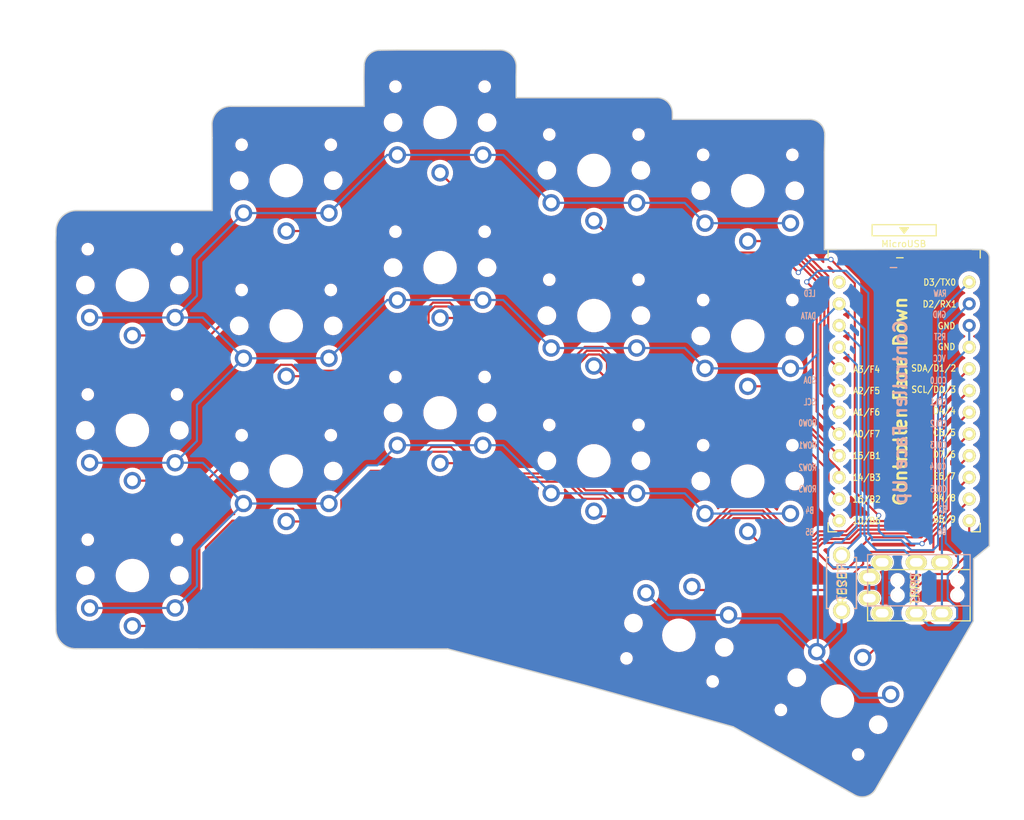
<source format=kicad_pcb>
(kicad_pcb (version 20221018) (generator pcbnew)
  (title_block (title "ferris_sweep_compact") (date "2023-09-27") (rev "0.1"))
  (layers (0 "F.Cu" signal) (31 "B.Cu" signal) (34 "B.Paste" user) (35 "F.Paste" user) (36 "B.SilkS" user "B.Silkscreen") (37 "F.SilkS" user "F.Silkscreen") (38 "B.Mask" user) (39 "F.Mask" user) (44 "Edge.Cuts" user))
  (net 0 "")
  (net 1 "row0")
  (net 2 "row1")
  (net 3 "row2")
  (net 4 "row3")
  (net 5 "GND")
  (net 6 "VCC")
  (net 7 "col0")
  (net 8 "col1")
  (net 9 "col2")
  (net 10 "col3")
  (net 11 "col4")
  (net 12 "col5")
  (net 13 "LED")
  (net 14 "data")
  (net 15 "reset")
  (net 16 "SCL")
  (net 17 "SDA")
  (net 18 "Net-(U1-Pad24)")
  (net 19 "Net-(J1-PadA)")
  (net 20 "Net-(U1-Pad14)")
  (net 21 "Net-(U1-Pad13)")
  (net 22 "Net-(U1-Pad12)")
  (net 23 "Net-(U1-Pad11)")
  (footprint "Kailh:SW_PG1350_reversible_b2" (layer "F.Cu") (at 88.6786 81.886)
    (fp_text reference "SW2" hide)
    (fp_text value "SW_PUSH" hide)
  )
  (footprint "Kailh:SW_PG1350_reversible_b2" (layer "F.Cu") (at 106.6786 69.656)
    (fp_text reference "SW3" hide)
    (fp_text value "SW_PUSH" hide)
  )
  (footprint "Kailh:SW_PG1350_reversible_b2" (layer "F.Cu") (at 124.6786 62.846)
    (fp_text reference "SW4" hide)
    (fp_text value "SW_PUSH" hide)
  )
  (footprint "Kailh:SW_PG1350_reversible_b2" (layer "F.Cu") (at 142.6786 68.456)
    (fp_text reference "SW5" hide)
    (fp_text value "SW_PUSH" hide)
  )
  (footprint "Kailh:SW_PG1350_reversible_b2" (layer "F.Cu") (at 160.6786 70.836)
    (fp_text reference "SW6" hide)
    (fp_text value "SW_PUSH" hide)
  )
  (footprint "Kailh:SW_PG1350_reversible_b2" (layer "F.Cu") (at 88.6786 98.886)
    (fp_text reference "SW8" hide)
    (fp_text value "SW_PUSH" hide)
  )
  (footprint "Kailh:SW_PG1350_reversible_b2" (layer "F.Cu") (at 106.6786 86.656)
    (fp_text reference "SW9" hide)
    (fp_text value "SW_PUSH" hide)
  )
  (footprint "Kailh:SW_PG1350_reversible_b2" (layer "F.Cu") (at 124.6786 79.836)
    (fp_text reference "SW10" hide)
    (fp_text value "SW_PUSH" hide)
  )
  (footprint "Kailh:SW_PG1350_reversible_b2" (layer "F.Cu") (at 142.6786 85.456)
    (fp_text reference "SW11" hide)
    (fp_text value "SW_PUSH" hide)
  )
  (footprint "Kailh:SW_PG1350_reversible_b2" (layer "F.Cu") (at 160.6786 87.836)
    (fp_text reference "SW12" hide)
    (fp_text value "SW_PUSH" hide)
  )
  (footprint "Kailh:SW_PG1350_reversible_b2" (layer "F.Cu") (at 88.6786 115.891)
    (fp_text reference "SW14" hide)
    (fp_text value "SW_PUSH" hide)
  )
  (footprint "Kailh:SW_PG1350_reversible_b2" (layer "F.Cu") (at 106.6786 103.661)
    (fp_text reference "SW15" hide)
    (fp_text value "SW_PUSH" hide)
  )
  (footprint "Kailh:SW_PG1350_reversible_b2" (layer "F.Cu") (at 124.6786 96.836)
    (fp_text reference "SW16" hide)
    (fp_text value "SW_PUSH" hide)
  )
  (footprint "Kailh:SW_PG1350_reversible_b2" (layer "F.Cu") (at 142.6786 102.461)
    (fp_text reference "SW17" hide)
    (fp_text value "SW_PUSH" hide)
  )
  (footprint "Kailh:SW_PG1350_reversible_b2" (layer "F.Cu") (at 160.6786 104.836)
    (fp_text reference "SW18" hide)
    (fp_text value "SW_PUSH" hide)
  )
  (footprint "kbd:ProMicro_v3" (layer "F.Cu") (at 178.9786 96.016)
    (fp_text reference "U1" hide)
    (fp_text value "ProMicro" hide)
  )
  (footprint "foostan:ResetSW" (layer "F.Cu") (at 171.6486 116.756 90)
    (fp_text reference "RSW1" hide)
    (fp_text value "Val**")
  )
  (footprint "kbd:MJ-4PP-9" (layer "F.Cu") (at 186.6986 118.196 -90)
    (fp_text reference "J1")
    (fp_text value "MJ-4PP-9" hide)
  )
  (footprint "Kailh:SW_PG1350_reversible_b2" (layer "B.Cu") (at 152.6186 122.886 -15)
    (fp_text reference "SW20" hide)
    (fp_text value "SW_PUSH" hide)
  )
  (footprint "Kailh:SW_PG1350_reversible_b2" (layer "B.Cu") (at 171.1786 130.596 -30)
    (fp_text reference "SW21" hide)
    (fp_text value "SW_PUSH" hide)
  )
  (gr_line (start 79.7052 76.8096) (end 79.7052 120.015) (stroke (width 0.15)) (layer "Edge.Cuts"))
  (gr_line (start 176.1236 140.0556) (end 175.611606 140.940182) (stroke (width 0.15)) (layer "Edge.Cuts"))
  (gr_line (start 173.228 141.605) (end 171.6786 140.716) (stroke (width 0.15)) (layer "Edge.Cuts"))
  (gr_line (start 188.9506 79.5528) (end 188.9506 78.5876) (stroke (width 0.15)) (layer "Edge.Cuts"))
  (gr_line (start 186.7154 77.6986) (end 187.843639 77.716668) (stroke (width 0.15)) (layer "Edge.Cuts"))
  (gr_line (start 151.8666 62.484) (end 151.866071 61.766483) (stroke (width 0.15)) (layer "Edge.Cuts"))
  (gr_line (start 148.4122 59.944) (end 149.8854 59.944) (stroke (width 0.15)) (layer "Edge.Cuts"))
  (gr_line (start 133.5786 57.3024) (end 133.601198 56.285656) (stroke (width 0.15)) (layer "Edge.Cuts"))
  (gr_line (start 129.8194 54.356) (end 131.7244 54.356) (stroke (width 0.15)) (layer "Edge.Cuts"))
  (gr_line (start 117.6528 54.3814) (end 119.6848 54.356) (stroke (width 0.15)) (layer "Edge.Cuts"))
  (gr_line (start 115.799093 56.160786) (end 115.7732 57.6072) (stroke (width 0.15)) (layer "Edge.Cuts"))
  (gr_line (start 98.0186 64.643) (end 97.991129 63.034251) (stroke (width 0.15)) (layer "Edge.Cuts"))
  (gr_line (start 100.2792 60.96) (end 102.6414 60.96) (stroke (width 0.15)) (layer "Edge.Cuts"))
  (gr_line (start 82.1944 73.152) (end 83.5406 73.152) (stroke (width 0.15)) (layer "Edge.Cuts"))
  (gr_line (start 82.147976 124.458826) (end 83.7438 124.46) (stroke (width 0.15)) (layer "Edge.Cuts"))
  (gr_line (start 79.7052 120.015) (end 79.7306 122.0724) (stroke (width 0.15)) (layer "Edge.Cuts"))
  (gr_line (start 141.8082 128.778) (end 125.5776 124.4854) (stroke (width 0.15)) (layer "Edge.Cuts"))
  (gr_line (start 79.7052 76.8096) (end 79.733413 75.710183) (stroke (width 0.15)) (layer "Edge.Cuts"))
  (gr_line (start 187.0964 113.9444) (end 188.9506 112.4204) (stroke (width 0.15)) (layer "Edge.Cuts"))
  (gr_line (start 187.0964 113.9444) (end 187.071 121.2088) (stroke (width 0.15)) (layer "Edge.Cuts"))
  (gr_line (start 169.684079 64.202368) (end 169.6466 66.3194) (stroke (width 0.15)) (layer "Edge.Cuts"))
  (gr_line (start 167.8432 62.484) (end 166.8272 62.484) (stroke (width 0.15)) (layer "Edge.Cuts"))
  (gr_arc (start 79.733413 75.710183) (mid 80.411637 73.899805) (end 82.1944 73.152) (stroke (width 0.15)) (layer "Edge.Cuts"))
  (gr_line (start 148.4122 59.944) (end 133.5786 59.944) (stroke (width 0.15)) (layer "Edge.Cuts"))
  (gr_line (start 115.7732 57.6072) (end 115.7986 60.96) (stroke (width 0.15)) (layer "Edge.Cuts"))
  (gr_line (start 83.7438 124.46) (end 125.5776 124.4854) (stroke (width 0.15)) (layer "Edge.Cuts"))
  (gr_line (start 166.8272 62.484) (end 151.8666 62.484) (stroke (width 0.15)) (layer "Edge.Cuts"))
  (gr_line (start 98.0186 64.643) (end 98.0186 73.152) (stroke (width 0.15)) (layer "Edge.Cuts"))
  (gr_line (start 186.7154 77.6986) (end 169.6466 77.724) (stroke (width 0.15)) (layer "Edge.Cuts"))
  (gr_arc (start 115.799093 56.160786) (mid 116.360841 54.890738) (end 117.6528 54.3814) (stroke (width 0.15)) (layer "Edge.Cuts"))
  (gr_line (start 115.7986 60.96) (end 102.6414 60.96) (stroke (width 0.15)) (layer "Edge.Cuts"))
  (gr_arc (start 131.7244 54.356) (mid 133.054619 54.939741) (end 133.601198 56.285656) (stroke (width 0.15)) (layer "Edge.Cuts"))
  (gr_line (start 169.6466 77.724) (end 169.6466 66.3194) (stroke (width 0.15)) (layer "Edge.Cuts"))
  (gr_line (start 188.9506 112.4204) (end 188.9506 79.5528) (stroke (width 0.15)) (layer "Edge.Cuts"))
  (gr_line (start 158.9786 133.604) (end 171.6786 140.716) (stroke (width 0.15)) (layer "Edge.Cuts"))
  (gr_arc (start 187.843639 77.716668) (mid 188.56986 77.93258) (end 188.9506 78.5876) (stroke (width 0.15)) (layer "Edge.Cuts"))
  (gr_line (start 129.8194 54.356) (end 119.6848 54.356) (stroke (width 0.15)) (layer "Edge.Cuts"))
  (gr_arc (start 149.8854 59.944) (mid 151.27557 60.420702) (end 151.866071 61.766483) (stroke (width 0.15)) (layer "Edge.Cuts"))
  (gr_line (start 133.5786 59.944) (end 133.5786 57.3024) (stroke (width 0.15)) (layer "Edge.Cuts"))
  (gr_line (start 98.0186 73.152) (end 83.5406 73.152) (stroke (width 0.15)) (layer "Edge.Cuts"))
  (gr_line (start 176.1236 140.0556) (end 187.071 121.2088) (stroke (width 0.15)) (layer "Edge.Cuts"))
  (gr_arc (start 82.147976 124.458826) (mid 80.417275 123.794396) (end 79.7306 122.0724) (stroke (width 0.15)) (layer "Edge.Cuts"))
  (gr_line (start 141.8082 128.778) (end 158.9786 133.604) (stroke (width 0.15)) (layer "Edge.Cuts"))
  (gr_arc (start 175.611606 140.940182) (mid 174.551515 141.744825) (end 173.228 141.605) (stroke (width 0.15)) (layer "Edge.Cuts"))
  (gr_arc (start 97.991129 63.034251) (mid 98.699619 61.516683) (end 100.2792 60.96) (stroke (width 0.15)) (layer "Edge.Cuts"))
  (gr_arc (start 167.8432 62.484) (mid 169.122744 62.958478) (end 169.684079 64.202368) (stroke (width 0.15)) (layer "Edge.Cuts"))
  (gr_text "Controller Face Up" (at 178.5366 96.774 90) (layer "B.SilkS") (effects (font (size 1.5 1.5) (thickness 0.3)) (justify mirror)))
  (gr_text "Controller Face Down" (at 178.5366 95.504 90) (layer "F.SilkS") (effects (font (size 1.5 1.5) (thickness 0.3))))
  (segment (start 141.420461 106.904681) (end 143.713303 106.904681) (width 0.25) (layer "F.Cu") (net 1))
  (segment (start 128.16258 104.3148) (end 128.162581 104.476019) (width 0.25) (layer "F.Cu") (net 1))
  (segment (start 169.242189 111.616) (end 172.54219 111.616) (width 0.25) (layer "F.Cu") (net 1))
  (segment (start 151.760835 109.344989) (end 153.665833 111.249987) (width 0.25) (layer "F.Cu") (net 1))
  (segment (start 128.588562 104.902) (end 139.41778 104.902) (width 0.25) (layer "F.Cu") (net 1))
  (segment (start 183.278582 100.089418) (end 186.59 96.778) (width 0.25) (layer "F.Cu") (net 1))
  (segment (start 153.665833 111.249987) (end 156.322115 111.249987) (width 0.25) (layer "F.Cu") (net 1))
  (segment (start 158.8434 108.728702) (end 162.25687 108.728702) (width 0.25) (layer "F.Cu") (net 1))
  (segment (start 156.322115 111.249987) (end 158.8434 108.728702) (width 0.25) (layer "F.Cu") (net 1))
  (segment (start 126.58378 102.736) (end 128.16258 104.3148) (width 0.25) (layer "F.Cu") (net 1))
  (segment (start 173.642179 110.516011) (end 180.415 110.516011) (width 0.25) (layer "F.Cu") (net 1))
  (segment (start 124.6786 102.736) (end 126.58378 102.736) (width 0.25) (layer "F.Cu") (net 1))
  (segment (start 183.278582 107.652429) (end 183.278582 100.089418) (width 0.25) (layer "F.Cu") (net 1))
  (segment (start 139.41778 104.902) (end 141.420461 106.904681) (width 0.25) (layer "F.Cu") (net 1))
  (segment (start 180.415 110.516011) (end 183.278582 107.652429) (width 0.25) (layer "F.Cu") (net 1))
  (segment (start 143.713303 106.904681) (end 146.153611 109.344989) (width 0.25) (layer "F.Cu") (net 1))
  (segment (start 146.153611 109.344989) (end 151.760835 109.344989) (width 0.25) (layer "F.Cu") (net 1))
  (segment (start 172.54219 111.616) (end 173.642179 110.516011) (width 0.25) (layer "F.Cu") (net 1))
  (segment (start 128.162581 104.476019) (end 128.588562 104.902) (width 0.25) (layer "F.Cu") (net 1))
  (segment (start 162.25687 108.728702) (end 165.69419 112.166022) (width 0.25) (layer "F.Cu") (net 1))
  (segment (start 165.69419 112.166022) (end 168.692167 112.166022) (width 0.25) (layer "F.Cu") (net 1))
  (segment (start 168.692167 112.166022) (end 169.242189 111.616) (width 0.25) (layer "F.Cu") (net 1))
  (segment (start 159.0298 109.178712) (end 162.07047 109.178712) (width 0.25) (layer "F.Cu") (net 2))
  (segment (start 173.828579 110.966022) (end 180.805758 110.966022) (width 0.25) (layer "F.Cu") (net 2))
  (segment (start 144.7546 108.966) (end 145.138212 108.966) (width 0.25) (layer "F.Cu") (net 2))
  (segment (start 145.138212 108.966) (end 143.2836 108.966) (width 0.25) (layer "F.Cu") (net 2))
  (segment (start 145.138212 108.966) (end 145.967211 109.794999) (width 0.25) (layer "F.Cu") (net 2))
  (segment (start 162.07047 109.178712) (end 165.507789 112.616031) (width 0.25) (layer "F.Cu") (net 2))
  (segment (start 145.967211 109.794999) (end 151.574435 109.794999) (width 0.25) (layer "F.Cu") (net 2))
  (segment (start 156.640318 111.822194) (end 157.713556 110.748956) (width 0.25) (layer "F.Cu") (net 2))
  (segment (start 143.2836 108.966) (end 142.6786 108.361) (width 0.25) (layer "F.Cu") (net 2))
  (segment (start 157.713556 110.748956) (end 157.713556 110.494956) (width 0.25) (layer "F.Cu") (net 2))
  (segment (start 183.728592 102.179408) (end 186.59 99.318) (width 0.25) (layer "F.Cu") (net 2))
  (segment (start 151.574435 109.794999) (end 153.60163 111.822194) (width 0.25) (layer "F.Cu") (net 2))
  (segment (start 142.6786 108.516011) (end 142.833611 108.516011) (width 0.25) (layer "F.Cu") (net 2))
  (segment (start 165.507789 112.616031) (end 165.996565 112.616031) (width 0.25) (layer "F.Cu") (net 2))
  (segment (start 183.728592 108.043188) (end 183.728592 102.179408) (width 0.25) (layer "F.Cu") (net 2))
  (segment (start 169.428589 112.066011) (end 172.72859 112.066011) (width 0.25) (layer "F.Cu") (net 2))
  (segment (start 153.60163 111.822194) (end 156.640318 111.822194) (width 0.25) (layer "F.Cu") (net 2))
  (segment (start 168.878567 112.616033) (end 169.428589 112.066011) (width 0.25) (layer "F.Cu") (net 2))
  (segment (start 157.713556 110.494956) (end 159.0298 109.178712) (width 0.25) (layer "F.Cu") (net 2))
  (segment (start 165.996567 112.616033) (end 168.878567 112.616033) (width 0.25) (layer "F.Cu") (net 2))
  (segment (start 180.805758 110.966022) (end 183.728592 108.043188) (width 0.25) (layer "F.Cu") (net 2))
  (segment (start 165.996565 112.616031) (end 165.996567 112.616033) (width 0.25) (layer "F.Cu") (net 2))
  (segment (start 172.72859 112.066011) (end 173.828579 110.966022) (width 0.25) (layer "F.Cu") (net 2))
  (segment (start 172.378599 115.065997) (end 173.278587 114.166011) (width 0.25) (layer "F.Cu") (net 3))
  (segment (start 168.751419 113.115999) (end 170.701417 115.065997) (width 0.25) (layer "F.Cu") (net 3))
  (segment (start 173.278587 114.166011) (end 173.278587 113.179602) (width 0.25) (layer "F.Cu") (net 3))
  (segment (start 184.178603 108.229587) (end 184.178603 104.269397) (width 0.25) (layer "F.Cu") (net 3))
  (segment (start 170.701417 115.065997) (end 172.378599 115.065997) (width 0.25) (layer "F.Cu") (net 3))
  (segment (start 163.058599 113.115999) (end 168.751419 113.115999) (width 0.25) (layer "F.Cu") (net 3))
  (segment (start 160.6786 110.736) (end 163.058599 113.115999) (width 0.25) (layer "F.Cu") (net 3))
  (segment (start 173.278587 113.179602) (end 175.042156 111.416033) (width 0.25) (layer "F.Cu") (net 3))
  (segment (start 184.178603 104.269397) (end 186.59 101.858) (width 0.25) (layer "F.Cu") (net 3))
  (segment (start 175.042156 111.416033) (end 180.992157 111.416033) (width 0.25) (layer "F.Cu") (net 3))
  (segment (start 180.992157 111.416033) (end 184.178603 108.229587) (width 0.25) (layer "F.Cu") (net 3))
  (segment (start 134.84978 73.66) (end 135.22859 74.03881) (width 0.25) (layer "F.Cu") (net 4))
  (segment (start 173.2026 81.68) (end 173.2026 106.064) (width 0.25) (layer "F.Cu") (net 4))
  (segment (start 133.18462 71.99602) (end 134.8486 73.66) (width 0.25) (layer "F.Cu") (net 4))
  (segment (start 154.61819 78.92841) (end 157.877098 78.92841) (width 0.25) (layer "F.Cu") (net 4))
  (segment (start 186.59 104.398) (end 184.628614 106.359386) (width 0.25) (layer "F.Cu") (net 4))
  (segment (start 181.95059 111.09401) (end 184.628614 108.415986) (width 0.25) (layer "F.Cu") (net 4))
  (segment (start 181.0766 112.16) (end 181.95059 111.28601) (width 0.25) (layer "F.Cu") (net 4))
  (segment (start 135.22859 74.03881) (end 135.22859 74.838808) (width 0.25) (layer "F.Cu") (net 4))
  (segment (start 165.26263 79.07403) (end 166.5986 80.41) (width 0.25) (layer "F.Cu") (net 4))
  (segment (start 157.877098 78.92841) (end 158.206645 79.257955) (width 0.25) (layer "F.Cu") (net 4))
  (segment (start 137.69581 77.30603) (end 146.58463 77.30603) (width 0.25) (layer "F.Cu") (net 4))
  (segment (start 170.4086 78.886) (end 173.2026 81.68) (width 0.25) (layer "F.Cu") (net 4))
  (segment (start 158.206645 79.257955) (end 158.375717 79.427029) (width 0.25) (layer "F.Cu") (net 4))
  (segment (start 181.95059 111.28601) (end 181.95059 111.09401) (width 0.25) (layer "F.Cu") (net 4))
  (segment (start 135.22859 74.838808) (end 137.69581 77.30603) (width 0.25) (layer "F.Cu") (net 4))
  (segment (start 153.05178 77.362) (end 154.61819 78.92841) (width 0.25) (layer "F.Cu") (net 4))
  (segment (start 112.625001 76.006009) (end 115.565 73.06601) (width 0.25) (layer "F.Cu") (net 4))
  (segment (start 158.375717 79.427029) (end 162.232802 79.427028) (width 0.25) (layer "F.Cu") (net 4))
  (segment (start 173.2026 106.064) (end 175.9966 108.858) (width 0.25) (layer "F.Cu") (net 4))
  (segment (start 126.43499 71.99602) (end 133.18462 71.99602) (width 0.25) (layer "F.Cu") (net 4))
  (segment (start 97.7546 87.786) (end 109.53459 76.00601) (width 0.25) (layer "F.Cu") (net 4))
  (segment (start 184.628614 108.415986) (end 184.628614 108.346014) (width 0.25) (layer "F.Cu") (net 4))
  (segment (start 146.6406 77.362) (end 153.05178 77.362) (width 0.25) (layer "F.Cu") (net 4))
  (segment (start 134.8486 73.66) (end 134.84978 73.66) (width 0.25) (layer "F.Cu") (net 4))
  (segment (start 184.628614 106.359386) (end 184.628614 108.346014) (width 0.25) (layer "F.Cu") (net 4))
  (segment (start 184.628614 108.346014) (end 184.628614 108.415987) (width 0.25) (layer "F.Cu") (net 4))
  (segment (start 125.365001 73.066009) (end 126.43499 71.99602) (width 0.25) (layer "F.Cu") (net 4))
  (segment (start 109.53459 76.00601) (end 112.625001 76.006009) (width 0.25) (layer "F.Cu") (net 4))
  (segment (start 162.5858 79.07403) (end 165.26263 79.07403) (width 0.25) (layer "F.Cu") (net 4))
  (segment (start 115.565 73.06601) (end 125.365001 73.066009) (width 0.25) (layer "F.Cu") (net 4))
  (segment (start 146.58463 77.30603) (end 146.6406 77.362) (width 0.25) (layer "F.Cu") (net 4))
  (segment (start 162.232802 79.427028) (end 162.5858 79.07403) (width 0.25) (layer "F.Cu") (net 4))
  (segment (start 88.6786 87.786) (end 97.7546 87.786) (width 0.25) (layer "F.Cu") (net 4))
  (via (at 175.9966 108.858) (size 0.6) (drill 0.4) (layers "F.Cu" "B.Cu") (net 4))
  (via (at 170.4086 78.886) (size 0.6) (drill 0.4) (layers "F.Cu" "B.Cu") (net 4))
  (via (at 181.0766 112.16) (size 0.6) (drill 0.4) (layers "F.Cu" "B.Cu") (net 4))
  (via (at 166.5986 80.41) (size 0.6) (drill 0.4) (layers "F.Cu" "B.Cu") (net 4))
  (segment (start 178.93659 111.28999) (end 179.8066 112.16) (width 0.25) (layer "B.Cu") (net 4))
  (segment (start 179.8066 112.16) (end 181.0766 112.16) (width 0.25) (layer "B.Cu") (net 4))
  (segment (start 168.8846 78.886) (end 170.4086 78.886) (width 0.25) (layer "B.Cu") (net 4))
  (segment (start 168.8846 78.886) (end 168.1226 78.886) (width 0.25) (layer "B.Cu") (net 4))
  (segment (start 175.9966 110.636) (end 176.65059 111.28999) (width 0.25) (layer "B.Cu") (net 4))
  (segment (start 175.9966 108.858) (end 175.9966 110.636) (width 0.25) (layer "B.Cu") (net 4))
  (segment (start 168.1226 78.886) (end 166.5986 80.41) (width 0.25) (layer "B.Cu") (net 4))
  (segment (start 176.65059 111.28999) (end 178.93659 111.28999) (width 0.25) (layer "B.Cu") (net 4))
  (segment (start 101.6786 90.461) (end 96.2286 95.911) (width 0.25) (layer "B.Cu") (net 5))
  (segment (start 96.2286 100.141) (end 93.6786 102.691) (width 0.25) (layer "B.Cu") (net 5))
  (segment (start 96.2286 95.911) (end 96.2286 100.141) (width 0.25) (layer "B.Cu") (net 5))
  (segment (start 101.6786 73.461) (end 96.2286 78.911) (width 0.25) (layer "B.Cu") (net 5))
  (segment (start 96.2286 78.911) (end 96.2286 83.141) (width 0.25) (layer "B.Cu") (net 5))
  (segment (start 96.2286 83.141) (end 93.6786 85.691) (width 0.25) (layer "B.Cu") (net 5))
  (segment (start 168.8786 106.516) (end 168.8786 125.074976) (width 0.25) (layer "B.Cu") (net 5))
  (segment (start 168.8786 86.5694) (end 168.8786 89.416) (width 0.25) (layer "B.Cu") (net 5))
  (segment (start 185.1786 120.816) (end 184.2786 121.716) (width 0.25) (layer "B.Cu") (net 5))
  (segment (start 155.6786 108.636) (end 165.6786 108.636) (width 0.25) (layer "B.Cu") (net 5))
  (segment (start 137.6786 106.261) (end 147.6786 106.261) (width 0.25) (layer "B.Cu") (net 5))
  (segment (start 171.37 84.078) (end 168.8786 86.5694) (width 0.25) (layer "B.Cu") (net 5))
  (segment (start 119.6786 100.636) (end 129.6786 100.636) (width 0.25) (layer "B.Cu") (net 5))
  (segment (start 118.4886 66.646) (end 119.6786 66.646) (width 0.25) (layer "B.Cu") (net 5))
  (segment (start 184.0786 118.616) (end 185.1786 119.716) (width 0.25) (layer "B.Cu") (net 5))
  (segment (start 184.0786 115.916) (end 184.0786 118.616) (width 0.25) (layer "B.Cu") (net 5))
  (segment (start 171.37 84.078) (end 174.32861 87.03661) (width 0.25) (layer "B.Cu") (net 5))
  (segment (start 96.9086 85.686) (end 101.6786 90.456) (width 0.25) (layer "B.Cu") (net 5))
  (segment (start 174.5166 111.354) (end 174.5166 111.696) (width 0.25) (layer "B.Cu") (net 5))
  (segment (start 173.748473 130.205103) (end 177.408727 130.205103) (width 0.25) (layer "B.Cu") (net 5))
  (segment (start 119.6786 83.636) (end 129.6786 83.636) (width 0.25) (layer "B.Cu") (net 5))
  (segment (start 174.5166 111.696) (end 175.7426 112.922) (width 0.25) (layer "B.Cu") (net 5))
  (segment (start 186.59 89.158) (end 183.8786 91.8694) (width 0.25) (layer "B.Cu") (net 5))
  (segment (start 151.360673 120.509577) (end 158.431742 120.509577) (width 0.25) (layer "B.Cu") (net 5))
  (segment (start 168.8786 89.536) (end 168.8786 89.416) (width 0.25) (layer "B.Cu") (net 5))
  (segment (start 181.8186 121.716) (end 180.3986 120.296) (width 0.25) (layer "B.Cu") (net 5))
  (segment (start 153.2986 89.256) (end 155.6786 91.636) (width 0.25) (layer "B.Cu") (net 5))
  (segment (start 164.452947 120.909577) (end 168.748473 125.205103) (width 0.25) (layer "B.Cu") (net 5))
  (segment (start 174.32861 111.16601) (end 174.5166 111.354) (width 0.25) (layer "B.Cu") (net 5))
  (segment (start 147.6786 89.256) (end 153.2986 89.256) (width 0.25) (layer "B.Cu") (net 5))
  (segment (start 168.8786 89.922) (end 168.8786 106.516) (width 0.25) (layer "B.Cu") (net 5))
  (segment (start 117.3286 102.986) (end 119.6786 100.636) (width 0.25) (layer "B.Cu") (net 5))
  (segment (start 183.84861 97.54599) (end 183.84861 112.08601) (width 0.25) (layer "B.Cu") (net 5))
  (segment (start 83.6786 119.691) (end 93.6786 119.691) (width 0.25) (layer "B.Cu") (net 5))
  (segment (start 101.6786 107.461) (end 96.2286 112.911) (width 0.25) (layer "B.Cu") (net 5))
  (segment (start 96.2286 117.141) (end 93.6786 119.691) (width 0.25) (layer "B.Cu") (net 5))
  (segment (start 111.6786 73.456) (end 118.4886 66.646) (width 0.25) (layer "B.Cu") (net 5))
  (segment (start 168.748473 125.205103) (end 173.748473 130.205103) (width 0.25) (layer "B.Cu") (net 5))
  (segment (start 167.1646 91.636) (end 168.8786 89.922) (width 0.25) (layer "B.Cu") (net 5))
  (segment (start 93.6786 85.686) (end 96.9086 85.686) (width 0.25) (layer "B.Cu") (net 5))
  (segment (start 129.6786 66.646) (end 132.0686 66.646) (width 0.25) (layer "B.Cu") (net 5))
  (segment (start 93.6786 102.686) (end 96.9036 102.686) (width 0.25) (layer "B.Cu") (net 5))
  (segment (start 132.0536 100.636) (end 137.6786 106.261) (width 0.25) (layer "B.Cu") (net 5))
  (segment (start 111.6786 90.456) (end 118.4986 83.636) (width 0.25) (layer "B.Cu") (net 5))
  (segment (start 155.6786 74.636) (end 165.6786 74.636) (width 0.25) (layer "B.Cu") (net 5))
  (segment (start 83.6786 102.686) (end 93.6786 102.686) (width 0.25) (layer "B.Cu") (net 5))
  (segment (start 185.2786 113.516) (end 185.2786 114.716) (width 0.25) (layer "B.Cu") (net 5))
  (segment (start 148.772483 117.921387) (end 151.360673 120.509577) (width 0.25) (layer "B.Cu") (net 5))
  (segment (start 180.3986 120.296) (end 180.3986 114.346) (width 0.25) (layer "B.Cu") (net 5))
  (segment (start 147.6786 106.261) (end 153.3036 106.261) (width 0.25) (layer "B.Cu") (net 5))
  (segment (start 175.7426 112.922) (end 178.9746 112.922) (width 0.25) (layer "B.Cu") (net 5))
  (segment (start 168.8786 89.416) (end 168.8786 89.922) (width 0.25) (layer "B.Cu") (net 5))
  (segment (start 129.6786 100.636) (end 132.0536 100.636) (width 0.25) (layer "B.Cu") (net 5))
  (segment (start 101.6786 90.456) (end 111.6786 90.456) (width 0.25) (layer "B.Cu") (net 5))
  (segment (start 153.2986 72.256) (end 155.6786 74.636) (width 0.25) (layer "B.Cu") (net 5))
  (segment (start 116.1536 102.986) (end 111.6786 107.461) (width 0.25) (layer "B.Cu") (net 5))
  (segment (start 137.6786 72.256) (end 147.6786 72.256) (width 0.25) (layer "B.Cu") (net 5))
  (segment (start 96.9036 102.686) (end 101.6786 107.461) (width 0.25) (layer "B.Cu") (net 5))
  (segment (start 147.6786 72.256) (end 153.2986 72.256) (width 0.25) (layer "B.Cu") (net 5))
  (segment (start 132.0586 83.636) (end 137.6786 89.256) (width 0.25) (layer "B.Cu") (net 5))
  (segment (start 132.0686 66.646) (end 137.6786 72.256) (width 0.25) (layer "B.Cu") (net 5))
  (segment (start 185.2786 114.716) (end 184.0786 115.916) (width 0.25) (layer "B.Cu") (net 5))
  (segment (start 116.1386 68.996) (end 111.6786 73.456) (width 0.25) (layer "B.Cu") (net 5))
  (segment (start 186.59 86.618) (end 186.59 89.158) (width 0.25) (layer "B.Cu") (net 5))
  (segment (start 129.6786 83.636) (end 132.0586 83.636) (width 0.25) (layer "B.Cu") (net 5))
  (segment (start 168.8786 125.074976) (end 168.748473 125.205103) (width 0.25) (layer "B.Cu") (net 5))
  (segment (start 171.6486 122.304976) (end 168.748473 125.205103) (width 0.25) (layer "B.Cu") (net 5))
  (segment (start 185.1786 119.716) (end 185.1786 120.816) (width 0.25) (layer "B.Cu") (net 5))
  (segment (start 174.32861 87.03661) (end 174.32861 111.16601) (width 0.25) (layer "B.Cu") (net 5))
  (segment (start 183.8786 91.8694) (end 183.8786 97.516) (width 0.25) (layer "B.Cu") (net 5))
  (segment (start 171.6486 120.006) (end 171.6486 122.304976) (width 0.25) (layer "B.Cu") (net 5))
  (segment (start 183.8786 97.516) (end 183.84861 97.54599) (width 0.25) (layer "B.Cu") (net 5))
  (segment (start 118.4986 83.636) (end 119.6786 83.636) (width 0.25) (layer "B.Cu") (net 5))
  (segment (start 101.6786 107.461) (end 111.6786 107.461) (width 0.25) (layer "B.Cu") (net 5))
  (segment (start 153.3036 106.261) (end 155.6786 108.636) (width 0.25) (layer "B.Cu") (net 5))
  (segment (start 83.6786 85.686) (end 93.6786 85.686) (width 0.25) (layer "B.Cu") (net 5))
  (segment (start 116.1536 102.986) (end 117.3286 102.986) (width 0.25) (layer "B.Cu") (net 5))
  (segment (start 165.6786 91.636) (end 167.1646 91.636) (width 0.25) (layer "B.Cu") (net 5))
  (segment (start 184.2786 121.716) (end 181.8186 121.716) (width 0.25) (layer "B.Cu") (net 5))
  (segment (start 119.6786 66.646) (end 129.6786 66.646) (width 0.25) (layer "B.Cu") (net 5))
  (segment (start 96.2286 112.911) (end 96.2286 117.141) (width 0.25) (layer "B.Cu") (net 5))
  (segment (start 158.431742 120.909577) (end 164.452947 120.909577) (width 0.25) (layer "B.Cu") (net 5))
  (segment (start 137.6786 89.256) (end 147.6786 89.256) (width 0.25) (layer "B.Cu") (net 5))
  (segment (start 183.84861 112.08601) (end 185.2786 113.516) (width 0.25) (layer "B.Cu") (net 5))
  (segment (start 168.7786 125.174976) (end 168.748473 125.205103) (width 0.25) (layer "B.Cu") (net 5))
  (segment (start 155.6786 91.636) (end 165.6786 91.636) (width 0.25) (layer "B.Cu") (net 5))
  (segment (start 178.9746 112.922) (end 180.3986 114.346) (width 0.25) (layer "B.Cu") (net 5))
  (segment (start 101.6786 73.456) (end 111.6786 73.456) (width 0.25) (layer "B.Cu") (net 5))
  (segment (start 116.1486 85.986) (end 111.6786 90.456) (width 0.25) (layer "B.Cu") (net 5))
  (segment (start 175.8286 114.916) (end 170.6786 114.916) (width 0.25) (layer "B.Cu") (net 6))
  (segment (start 176.3986 114.346) (end 175.8286 114.916) (width 0.25) (layer "B.Cu") (net 6))
  (segment (start 176.3986 114.346) (end 176.47361 114.42101) (width 0.25) (layer "B.Cu") (net 6))
  (segment (start 170.8786 112.016) (end 171.6786 112.016) (width 0.25) (layer "B.Cu") (net 6))
  (segment (start 176.47361 120.22099) (end 176.3986 120.296) (width 0.25) (layer "B.Cu") (net 6))
  (segment (start 170.6786 114.916) (end 170.0786 114.316) (width 0.25) (layer "B.Cu") (net 6))
  (segment (start 176.47361 114.42101) (end 176.47361 120.22099) (width 0.25) (layer "B.Cu") (net 6))
  (segment (start 173.42859 110.26601) (end 173.42859 91.21659) (width 0.25) (layer "B.Cu") (net 6))
  (segment (start 173.42859 91.21659) (end 171.37 89.158) (width 0.25) (layer "B.Cu") (net 6))
  (segment (start 170.0786 114.316) (end 170.0786 112.816) (width 0.25) (layer "B.Cu") (net 6))
  (segment (start 176.47361 114.42101) (end 176.47361 115.609295) (width 0.25) (layer "B.Cu") (net 6))
  (segment (start 170.0786 112.816) (end 170.8786 112.016) (width 0.25) (layer "B.Cu") (net 6))
  (segment (start 171.6786 112.016) (end 173.42859 110.26601) (width 0.25) (layer "B.Cu") (net 6))
  (segment (start 170.089474 80.826874) (end 170.089474 90.417474) (width 0.25) (layer "F.Cu") (net 7))
  (segment (start 165.9986 76.736) (end 167.1736 77.911) (width 0.25) (layer "F.Cu") (net 7))
  (segment (start 160.6786 76.736) (end 165.9986 76.736) (width 0.25) (layer "F.Cu") (net 7))
  (segment (start 167.1736 77.911) (end 170.089474 80.826874) (width 0.25) (layer "F.Cu") (net 7))
  (segment (start 170.089474 90.417474) (end 171.37 91.698) (width 0.25) (layer "F.Cu") (net 7))
  (segment (start 167.0986 77.836) (end 167.1736 77.911) (width 0.25) (layer "F.Cu") (net 7))
  (segment (start 155.115009 77.515999) (end 158.932601 77.515999) (width 0.25) (layer "F.Cu") (net 8))
  (segment (start 142.6786 74.356) (end 144.2566 75.934) (width 0.25) (layer "F.Cu") (net 8))
  (segment (start 162.0266 77.724) (end 166.286601 77.724) (width 0.25) (layer "F.Cu") (net 8))
  (segment (start 169.639465 81.076864) (end 169.639465 92.507465) (width 0.25) (layer "F.Cu") (net 8))
  (segment (start 158.932601 77.515999) (end 159.493603 78.077001) (width 0.25) (layer "F.Cu") (net 8))
  (segment (start 166.286601 77.724) (end 169.639465 81.076864) (width 0.25) (layer "F.Cu") (net 8))
  (segment (start 169.639465 92.507465) (end 171.37 94.238) (width 0.25) (layer "F.Cu") (net 8))
  (segment (start 159.493603 78.077001) (end 161.673599 78.077001) (width 0.25) (layer "F.Cu") (net 8))
  (segment (start 153.55501 75.956) (end 155.115009 77.515999) (width 0.25) (layer "F.Cu") (net 8))
  (segment (start 144.2566 75.956) (end 153.55501 75.956) (width 0.25) (layer "F.Cu") (net 8))
  (segment (start 144.2566 75.934) (end 144.2566 75.956) (width 0.25) (layer "F.Cu") (net 8))
  (segment (start 161.673599 78.077001) (end 162.0266 77.724) (width 0.25) (layer "F.Cu") (net 8))
  (segment (start 136.1786 73.716) (end 136.1786 74.516) (width 0.25) (layer "F.Cu") (net 9))
  (segment (start 159.307203 78.527011) (end 161.86 78.52701) (width 0.25) (layer "F.Cu") (net 9))
  (segment (start 124.6786 68.746) (end 127.0286 71.096) (width 0.25) (layer "F.Cu") (net 9))
  (segment (start 138.06861 76.40601) (end 153.36861 76.40601) (width 0.25) (layer "F.Cu") (net 9))
  (segment (start 127.0286 71.096) (end 133.5586 71.096) (width 0.25) (layer "F.Cu") (net 9))
  (segment (start 154.92861 77.96601) (end 158.746202 77.96601) (width 0.25) (layer "F.Cu") (net 9))
  (segment (start 169.189454 81.263264) (end 169.189454 94.597454) (width 0.25) (layer "F.Cu") (net 9))
  (segment (start 161.86 78.52701) (end 162.213 78.17401) (width 0.25) (layer "F.Cu") (net 9))
  (segment (start 153.36861 76.40601) (end 154.92861 77.96601) (width 0.25) (layer "F.Cu") (net 9))
  (segment (start 169.189454 94.597454) (end 171.37 96.778) (width 0.25) (layer "F.Cu") (net 9))
  (segment (start 133.5586 71.096) (end 136.1786 73.716) (width 0.25) (layer "F.Cu") (net 9))
  (segment (start 166.1002 78.17401) (end 169.189454 81.263264) (width 0.25) (layer "F.Cu") (net 9))
  (segment (start 158.746202 77.96601) (end 159.307203 78.527011) (width 0.25) (layer "F.Cu") (net 9))
  (segment (start 136.1786 74.516) (end 138.06861 76.40601) (width 0.25) (layer "F.Cu") (net 9))
  (segment (start 162.213 78.17401) (end 166.1002 78.17401) (width 0.25) (layer "F.Cu") (net 9))
  (segment (start 137.88221 76.85602) (end 153.18221 76.85602) (width 0.25) (layer "F.Cu") (net 10))
  (segment (start 135.6786 74.65241) (end 137.88221 76.85602) (width 0.25) (layer "F.Cu") (net 10))
  (segment (start 158.562117 78.977019) (end 162.046401 78.977019) (width 0.25) (layer "F.Cu") (net 10))
  (segment (start 162.3994 78.62402) (end 165.9138 78.62402) (width 0.25) (layer "F.Cu") (net 10))
  (segment (start 158.001118 78.41602) (end 158.562117 78.977019) (width 0.25) (layer "F.Cu") (net 10))
  (segment (start 153.18221 76.85602) (end 154.74221 78.41602) (width 0.25) (layer "F.Cu") (net 10))
  (segment (start 125.1786 72.616) (end 126.24859 71.54601) (width 0.25) (layer "F.Cu") (net 10))
  (segment (start 162.046401 78.977019) (end 162.3994 78.62402) (width 0.25) (layer "F.Cu") (net 10))
  (segment (start 126.24859 71.54601) (end 133.3722 71.54601) (width 0.25) (layer "F.Cu") (net 10))
  (segment (start 106.6786 75.556) (end 112.4386 75.556) (width 0.25) (layer "F.Cu") (net 10))
  (segment (start 133.3722 71.54601) (end 135.6786 73.85241) (width 0.25) (layer "F.Cu") (net 10))
  (segment (start 154.74221 78.41602) (end 158.001118 78.41602) (width 0.25) (layer "F.Cu") (net 10))
  (segment (start 168.739444 96.687444) (end 171.37 99.318) (width 0.25) (layer "F.Cu") (net 10))
  (segment (start 168.739444 81.449664) (end 168.739444 96.687444) (width 0.25) (layer "F.Cu") (net 10))
  (segment (start 135.6786 73.85241) (end 135.6786 74.65241) (width 0.25) (layer "F.Cu") (net 10))
  (segment (start 165.9138 78.62402) (end 168.739444 81.449664) (width 0.25) (layer "F.Cu") (net 10))
  (segment (start 115.3786 72.616) (end 125.1786 72.616) (width 0.25) (layer "F.Cu") (net 10))
  (segment (start 112.4386 75.556) (end 115.3786 72.616) (width 0.25) (layer "F.Cu") (net 10))
  (segment (start 88.6786 104.786) (end 97.347646 104.786) (width 0.25) (layer "F.Cu") (net 11))
  (segment (start 145.178618 90.598516) (end 145.178618 93.301982) (width 0.25) (layer "F.Cu") (net 11))
  (segment (start 117.104281 91.912319) (end 122.887589 86.129011) (width 0.25) (layer "F.Cu") (net 11))
  (segment (start 106.034919 91.214999) (end 107.322281 91.214999) (width 0.25) (layer "F.Cu") (net 11))
  (segment (start 169.7443 100.2323) (end 171.37 101.858) (width 0.25) (layer "F.Cu") (net 11))
  (segment (start 134.40058 92.51598) (end 138.21058 92.51598) (width 0.25) (layer "F.Cu") (net 11))
  (segment (start 145.178618 93.301982) (end 146.870582 93.301982) (width 0.25) (layer "F.Cu") (net 11))
  (segment (start 141.611579 89.114981) (end 143.695083 89.114981) (width 0.25) (layer "F.Cu") (net 11))
  (segment (start 125.829589 83.944989) (end 134.40058 92.51598) (width 0.25) (layer "F.Cu") (net 11))
  (segment (start 122.887589 84.905919) (end 123.848519 83.944989) (width 0.25) (layer "F.Cu") (net 11))
  (segment (start 122.887589 86.129011) (end 122.887589 84.905919) (width 0.25) (layer "F.Cu") (net 11))
  (segment (start 150.5966 97.028) (end 166.54 97.028) (width 0.25) (layer "F.Cu") (net 11))
  (segment (start 97.347646 104.786) (end 104.7786 97.355046) (width 0.25) (layer "F.Cu") (net 11))
  (segment (start 138.21058 92.51598) (end 141.611579 89.114981) (width 0.25) (layer "F.Cu") (net 11))
  (segment (start 146.870582 93.301982) (end 150.5966 97.028) (width 0.25) (layer "F.Cu") (net 11))
  (segment (start 108.019601 91.912319) (end 117.104281 91.912319) (width 0.25) (layer "F.Cu") (net 11))
  (segment (start 104.7786 92.471318) (end 106.034919 91.214999) (width 0.25) (layer "F.Cu") (net 11))
  (segment (start 143.695083 89.114981) (end 145.178618 90.598516) (width 0.25) (layer "F.Cu") (net 11))
  (segment (start 107.322281 91.214999) (end 108.019601 91.912319) (width 0.25) (layer "F.Cu") (net 11))
  (segment (start 123.848519 83.944989) (end 125.829589 83.944989) (width 0.25) (layer "F.Cu") (net 11))
  (segment (start 166.54 97.028) (end 169.7443 100.2323) (width 0.25) (layer "F.Cu") (net 11))
  (segment (start 104.7786 97.355046) (end 104.7786 92.471318) (width 0.25) (layer "F.Cu") (net 11))
  (segment (start 125.643189 84.394999) (end 134.21418 92.96599) (width 0.25) (layer "F.Cu") (net 12))
  (segment (start 150.46819 97.536) (end 166.41159 97.536) (width 0.25) (layer "F.Cu") (net 12))
  (segment (start 146.684182 93.751992) (end 150.46819 97.536) (width 0.25) (layer "F.Cu") (net 12))
  (segment (start 117.09701 92.556) (end 123.337599 86.315411) (width 0.25) (layer "F.Cu") (net 12))
  (segment (start 134.21418 92.96599) (end 138.40659 92.96599) (width 0.25) (layer "F.Cu") (net 12))
  (segment (start 171.37 103.466762) (end 171.37 104.398) (width 0.25) (layer "F.Cu") (net 12))
  (segment (start 141.848519 89.564989) (end 143.508682 89.56499) (width 0.25) (layer "F.Cu") (net 12))
  (segment (start 144.72861 90.784918) (end 144.72861 93.73319) (width 0.25) (layer "F.Cu") (net 12))
  (segment (start 138.873662 92.498918) (end 138.91459 92.498918) (width 0.25) (layer "F.Cu") (net 12))
  (segment (start 143.508682 89.56499) (end 144.72861 90.784918) (width 0.25) (layer "F.Cu") (net 12))
  (segment (start 123.337599 85.092319) (end 124.034919 84.394999) (width 0.25) (layer "F.Cu") (net 12))
  (segment (start 144.992218 93.751992) (end 146.684182 93.751992) (width 0.25) (layer "F.Cu") (net 12))
  (segment (start 123.337599 86.315411) (end 123.337599 85.092319) (width 0.25) (layer "F.Cu") (net 12))
  (segment (start 138.40659 92.96599) (end 138.873662 92.498918) (width 0.25) (layer "F.Cu") (net 12))
  (segment (start 124.034919 84.394999) (end 125.643189 84.394999) (width 0.25) (layer "F.Cu") (net 12))
  (segment (start 170.082919 101.207329) (end 170.082919 102.179681) (width 0.25) (layer "F.Cu") (net 12))
  (segment (start 170.082919 102.179681) (end 171.37 103.466762) (width 0.25) (layer "F.Cu") (net 12))
  (segment (start 166.41159 97.536) (end 170.082919 101.207329) (width 0.25) (layer "F.Cu") (net 12))
  (segment (start 138.91459 92.498918) (end 141.848519 89.564989) (width 0.25) (layer "F.Cu") (net 12))
  (segment (start 106.6786 92.556) (end 117.09701 92.556) (width 0.25) (layer "F.Cu") (net 12))
  (segment (start 144.72861 93.73319) (end 144.973416 93.73319) (width 0.25) (layer "F.Cu") (net 12))
  (segment (start 144.973416 93.73319) (end 144.992218 93.751992) (width 0.25) (layer "F.Cu") (net 12))
  (segment (start 167.5786 81.516) (end 167.5786 81.516) (width 0.25) (layer "F.Cu") (net 13))
  (segment (start 168.2786 82.216) (end 167.5786 81.516) (width 0.25) (layer "F.Cu") (net 13))
  (segment (start 165.563282 93.736) (end 165.573282 93.726) (width 0.25) (layer "F.Cu") (net 13))
  (segment (start 166.8526 93.726) (end 168.289434 92.289166) (width 0.25) (layer "F.Cu") (net 13))
  (segment (start 168.2786 92.120682) (end 168.2786 82.216) (width 0.25) (layer "F.Cu") (net 13))
  (segment (start 168.289434 92.289166) (end 168.289434 92.202) (width 0.25) (layer "F.Cu") (net 13))
  (segment (start 165.573282 93.726) (end 166.8526 93.726) (width 0.25) (layer "F.Cu") (net 13))
  (segment (start 160.6786 93.736) (end 165.563282 93.736) (width 0.25) (layer "F.Cu") (net 13))
  (via (at 167.5786 81.516) (size 0.6) (drill 0.4) (layers "F.Cu" "B.Cu") (net 13))
  (segment (start 179.8066 112.922) (end 180.7726 112.922) (width 0.25) (layer "B.Cu") (net 13))
  (segment (start 175.19701 111.74) (end 178.6246 111.74) (width 0.25) (layer "B.Cu") (net 13))
  (segment (start 172.1786 80.216) (end 174.77862 82.81602) (width 0.25) (layer "B.Cu") (net 13))
  (segment (start 174.77862 82.81602) (end 174.77862 110.97961) (width 0.25) (layer "B.Cu") (net 13))
  (segment (start 168.8786 80.216) (end 172.1786 80.216) (width 0.25) (layer "B.Cu") (net 13))
  (segment (start 182.94859 112.32001) (end 182.94859 110.74601) (width 0.25) (layer "B.Cu") (net 13))
  (segment (start 182.94859 85.17941) (end 186.59 81.538) (width 0.25) (layer "B.Cu") (net 13))
  (segment (start 167.5786 81.516) (end 168.8786 80.216) (width 0.25) (layer "B.Cu") (net 13))
  (segment (start 182.3466 112.922) (end 182.94859 112.32001) (width 0.25) (layer "B.Cu") (net 13))
  (segment (start 174.961805 111.162795) (end 174.96661 111.1676) (width 0.25) (layer "B.Cu") (net 13))
  (segment (start 174.77862 110.97961) (end 175.19701 111.398) (width 0.25) (layer "B.Cu") (net 13))
  (segment (start 174.77862 110.97961) (end 174.961805 111.162795) (width 0.25) (layer "B.Cu") (net 13))
  (segment (start 178.6246 111.74) (end 179.8066 112.922) (width 0.25) (layer "B.Cu") (net 13))
  (segment (start 175.19701 111.398) (end 175.19701 111.74) (width 0.25) (layer "B.Cu") (net 13))
  (segment (start 180.7726 112.922) (end 182.3466 112.922) (width 0.25) (layer "B.Cu") (net 13))
  (segment (start 182.94859 110.74601) (end 182.94859 85.17941) (width 0.25) (layer "B.Cu") (net 13))
  (segment (start 183.3986 114.346) (end 183.3986 87.2694) (width 0.25) (layer "B.Cu") (net 14))
  (segment (start 183.3986 87.2694) (end 186.59 84.078) (width 0.25) (layer "B.Cu") (net 14))
  (segment (start 183.3986 114.346) (end 183.3986 120.296) (width 0.25) (layer "B.Cu") (net 14))
  (segment (start 171.6486 113.506) (end 173.8786 111.276) (width 0.25) (layer "B.Cu") (net 15))
  (segment (start 173.8786 111.276) (end 173.8786 89.1266) (width 0.25) (layer "B.Cu") (net 15))
  (segment (start 173.8786 89.1266) (end 171.37 86.618) (width 0.25) (layer "B.Cu") (net 15))
  (segment (start 112.8376 109.26141) (end 113.58161 108.5174) (width 0.25) (layer "F.Cu") (net 16))
  (segment (start 162.44327 108.278692) (end 165.880589 111.716011) (width 0.25) (layer "F.Cu") (net 16))
  (segment (start 182.82857 97.99943) (end 186.59 94.238) (width 0.25) (layer "F.Cu") (net 16))
  (segment (start 182.82857 107.46603) (end 182.82857 97.99943) (width 0.25) (layer "F.Cu") (net 16))
  (segment (start 146.359233 108.894977) (end 151.947233 108.894977) (width 0.25) (layer "F.Cu") (net 16))
  (segment (start 144.285367 106.840335) (end 144.304591 106.840335) (width 0.25) (layer "F.Cu") (net 16))
  (segment (start 165.880589 111.716011) (end 168.505767 111.716011) (width 0.25) (layer "F.Cu") (net 16))
  (segment (start 128.8762 104.39201) (end 136.88259 104.39201) (width 0.25) (layer "F.Cu") (net 16))
  (segment (start 121.436404 103.710606) (end 123.752011 101.394999) (width 0.25) (layer "F.Cu") (net 16))
  (segment (start 125.879189 101.394999) (end 128.8762 104.39201) (width 0.25) (layer "F.Cu") (net 16))
  (segment (start 153.852233 110.799977) (end 156.135715 110.799977) (width 0.25) (layer "F.Cu") (net 16))
  (segment (start 113.58161 107.2474) (end 116.738814 104.090196) (width 0.25) (layer "F.Cu") (net 16))
  (segment (start 144.304591 106.840335) (end 146.359233 108.894977) (width 0.25) (layer "F.Cu") (net 16))
  (segment (start 136.93859 104.33601) (end 139.4882 104.33601) (width 0.25) (layer "F.Cu") (net 16))
  (segment (start 168.505767 111.716011) (end 169.055789 111.165989) (width 0.25) (layer "F.Cu") (net 16))
  (segment (start 112.5836 109.561) (end 112.8376 109.307) (width 0.25) (layer "F.Cu") (net 16))
  (segment (start 112.8376 109.307) (end 112.8376 109.26141) (width 0.25) (layer "F.Cu") (net 16))
  (segment (start 156.135715 110.799977) (end 158.657 108.278692) (width 0.25) (layer "F.Cu") (net 16))
  (segment (start 158.657 108.278692) (end 162.44327 108.278692) (width 0.25) (layer "F.Cu") (net 16))
  (segment (start 123.752011 101.394999) (end 125.879189 101.394999) (width 0.25) (layer "F.Cu") (net 16))
  (segment (start 121.436404 104.090196) (end 121.436404 103.710606) (width 0.25) (layer "F.Cu") (net 16))
  (segment (start 113.58161 108.5174) (end 113.58161 107.2474) (width 0.25) (layer "F.Cu") (net 16))
  (segment (start 143.813042 106.36801) (end 144.285367 106.840335) (width 0.25) (layer "F.Cu") (net 16))
  (segment (start 139.4882 104.33601) (end 141.5202 106.36801) (width 0.25) (layer "F.Cu") (net 16))
  (segment (start 173.455779 110.066) (end 180.2286 110.066) (width 0.25) (layer "F.Cu") (net 16))
  (segment (start 172.35579 111.165989) (end 173.455779 110.066) (width 0.25) (layer "F.Cu") (net 16))
  (segment (start 136.88259 104.39201) (end 136.93859 104.33601) (width 0.25) (layer "F.Cu") (net 16))
  (segment (start 106.6786 109.561) (end 112.5836 109.561) (width 0.25) (layer "F.Cu") (net 16))
  (segment (start 116.738814 104.090196) (end 121.436404 104.090196) (width 0.25) (layer "F.Cu") (net 16))
  (segment (start 151.947233 108.894977) (end 153.852233 110.799977) (width 0.25) (layer "F.Cu") (net 16))
  (segment (start 180.2286 110.066) (end 182.82857 107.46603) (width 0.25) (layer "F.Cu") (net 16))
  (segment (start 141.5202 106.36801) (end 143.813042 106.36801) (width 0.25) (layer "F.Cu") (net 16))
  (segment (start 169.055789 111.165989) (end 172.35579 111.165989) (width 0.25) (layer "F.Cu") (net 16))
  (segment (start 154.038633 110.349967) (end 155.949315 110.349967) (width 0.25) (layer "F.Cu") (net 17))
  (segment (start 125.9586 100.838) (end 129.0626 103.942) (width 0.25) (layer "F.Cu") (net 17))
  (segment (start 104.2286 109.466) (end 105.6286 108.066) (width 0.25) (layer "F.Cu") (net 17))
  (segment (start 173.369368 109.516) (end 180.0786 109.516) (width 0.25) (layer "F.Cu") (net 17))
  (segment (start 168.869389 110.715978) (end 172.16939 110.715978) (width 0.25) (layer "F.Cu") (net 17))
  (segment (start 162.667282 107.828682) (end 166.1046 111.266) (width 0.25) (layer "F.Cu") (net 17))
  (segment (start 107.4786 108.066) (end 108.523589 109.110989) (width 0.25) (layer "F.Cu") (net 17))
  (segment (start 155.949315 110.349967) (end 158.4706 107.828682) (width 0.25) (layer "F.Cu") (net 17))
  (segment (start 141.7066 105.918) (end 144.018666 105.918) (width 0.25) (layer "F.Cu") (net 17))
  (segment (start 136.24419 103.886) (end 139.6746 103.886) (width 0.25) (layer "F.Cu") (net 17))
  (segment (start 120.8786 103.632) (end 123.6726 100.838) (width 0.25) (layer "F.Cu") (net 17))
  (segment (start 180.0786 109.516) (end 182.378559 107.216041) (width 0.25) (layer "F.Cu") (net 17))
  (segment (start 182.378559 95.909441) (end 186.59 91.698) (width 0.25) (layer "F.Cu") (net 17))
  (segment (start 113.1316 107.061) (end 116.5606 103.632) (width 0.25) (layer "F.Cu") (net 17))
  (segment (start 158.4706 107.828682) (end 162.667282 107.828682) (width 0.25) (layer "F.Cu") (net 17))
  (segment (start 105.6286 108.066) (end 107.4786 108.066) (width 0.25) (layer "F.Cu") (net 17))
  (segment (start 152.133633 108.444967) (end 154.038633 110.349967) (width 0.25) (layer "F.Cu") (net 17))
  (segment (start 136.18819 103.942) (end 136.24419 103.886) (width 0.25) (layer "F.Cu") (net 17))
  (segment (start 123.6726 100.838) (end 125.9586 100.838) (width 0.25) (layer "F.Cu") (net 17))
  (segment (start 97.2786 112.566) (end 100.3786 109.466) (width 0.25) (layer "F.Cu") (net 17))
  (segment (start 144.018666 105.918) (end 146.545633 108.444967) (width 0.25) (layer "F.Cu") (net 17))
  (segment (start 97.2786 120.316) (end 97.2786 112.566) (width 0.25) (layer "F.Cu") (net 17))
  (segment (start 129.0626 103.942) (end 136.18819 103.942) (width 0.25) (layer "F.Cu") (net 17))
  (segment (start 113.1316 108.331) (end 113.1316 107.061) (width 0.25) (layer "F.Cu") (net 17))
  (segment (start 108.523589 109.110989) (end 112.351611 109.110989) (width 0.25) (layer "F.Cu") (net 17))
  (segment (start 112.351611 109.110989) (end 113.1316 108.331) (width 0.25) (layer "F.Cu") (net 17))
  (segment (start 139.6746 103.886) (end 141.7066 105.918) (width 0.25) (layer "F.Cu") (net 17))
  (segment (start 168.319368 111.266) (end 168.869389 110.715978) (width 0.25) (layer "F.Cu") (net 17))
  (segment (start 172.16939 110.715978) (end 173.369368 109.516) (width 0.25) (layer "F.Cu") (net 17))
  (segment (start 182.378559 107.216041) (end 182.378559 95.909441) (width 0.25) (layer "F.Cu") (net 17))
  (segment (start 116.5606 103.632) (end 120.8786 103.632) (width 0.25) (layer "F.Cu") (net 17))
  (segment (start 95.8036 121.791) (end 97.2786 120.316) (width 0.25) (layer "F.Cu") (net 17))
  (segment (start 100.3786 109.466) (end 104.2286 109.466) (width 0.25) (layer "F.Cu") (net 17))
  (segment (start 166.1046 111.266) (end 168.319368 111.266) (width 0.25) (layer "F.Cu") (net 17))
  (segment (start 146.545633 108.444967) (end 152.133633 108.444967) (width 0.25) (layer "F.Cu") (net 17))
  (segment (start 88.6786 121.791) (end 95.8036 121.791) (width 0.25) (layer "F.Cu") (net 17))
  (segment (start 174.8986 118.546) (end 174.8986 116.096) (width 0.25) (layer "B.Cu") (net 19))
  (segment (start 169.632909 102.366081) (end 170.1253 102.858472) (width 0.25) (layer "F.Cu") (net 20))
  (segment (start 142.034919 90.014999) (end 143.322281 90.014999) (width 0.25) (layer "F.Cu") (net 20))
  (segment (start 144.2056 92.243) (end 144.2786 92.316) (width 0.25) (layer "F.Cu") (net 20))
  (segment (start 169.632909 101.586309) (end 169.632909 102.366081) (width 0.25) (layer "F.Cu") (net 20))
  (segment (start 170.1253 102.858472) (end 170.1253 105.6933) (width 0.25) (layer "F.Cu") (net 20))
  (segment (start 144.2056 90.898318) (end 144.2056 92.243) (width 0.25) (layer "F.Cu") (net 20))
  (segment (start 170.1253 105.6933) (end 171.37 106.938) (width 0.25) (layer "F.Cu") (net 20))
  (segment (start 124.6786 85.736) (end 126.2086 85.736) (width 0.25) (layer "F.Cu") (net 20))
  (segment (start 144.59442 94.23541) (end 146.53119 94.23541) (width 0.25) (layer "F.Cu") (net 20))
  (segment (start 133.8886 93.416) (end 138.59299 93.416) (width 0.25) (layer "F.Cu") (net 20))
  (segment (start 139.100991 92.948927) (end 142.034919 90.014999) (width 0.25) (layer "F.Cu") (net 20))
  (segment (start 138.59299 93.416) (end 139.060063 92.948927) (width 0.25) (layer "F.Cu") (net 20))
  (segment (start 139.060063 92.948927) (end 139.100991 92.948927) (width 0.25) (layer "F.Cu") (net 20))
  (segment (start 150.33978 98.044) (end 166.0906 98.044) (width 0.25) (layer "F.Cu") (net 20))
  (segment (start 144.2786 93.91959) (end 144.59442 94.23541) (width 0.25) (layer "F.Cu") (net 20))
  (segment (start 146.53119 94.23541) (end 150.33978 98.044) (width 0.25) (layer "F.Cu") (net 20))
  (segment (start 144.2786 92.316) (end 144.2786 93.91959) (width 0.25) (layer "F.Cu") (net 20))
  (segment (start 143.322281 90.014999) (end 144.2056 90.898318) (width 0.25) (layer "F.Cu") (net 20))
  (segment (start 126.2086 85.736) (end 133.8886 93.416) (width 0.25) (layer "F.Cu") (net 20))
  (segment (start 166.0906 98.044) (end 169.632909 101.586309) (width 0.25) (layer "F.Cu") (net 20))
  (segment (start 165.8366 98.552) (end 166.8526 99.568) (width 0.25) (layer "F.Cu") (net 21))
  (segment (start 169.8713 107.9793) (end 171.37 109.478) (width 0.25) (layer "F.Cu") (net 21))
  (segment (start 143.7206 93.998) (end 144.408019 94.685419) (width 0.25) (layer "F.Cu") (net 21))
  (segment (start 143.7386 93.98) (end 143.7206 93.998) (width 0.25) (layer "F.Cu") (net 21))
  (segment (start 169.67529 103.15269) (end 169.67529 107.78329) (width 0.25) (layer "F.Cu") (net 21))
  (segment (start 169.67529 107.78329) (end 169.8713 107.9793) (width 0.25) (layer "F.Cu") (net 21))
  (segment (start 146.222019 94.685419) (end 149.3266 97.79) (width 0.25) (layer "F.Cu") (net 21))
  (segment (start 150.21137 98.552) (end 165.8366 98.552) (width 0.25) (layer "F.Cu") (net 21))
  (segment (start 166.8526 100.33) (end 169.67529 103.15269) (width 0.25) (layer "F.Cu") (net 21))
  (segment (start 149.44937 97.79) (end 150.21137 98.552) (width 0.25) (layer "F.Cu") (net 21))
  (segment (start 149.3266 97.79) (end 149.44937 97.79) (width 0.25) (layer "F.Cu") (net 21))
  (segment (start 166.8526 99.568) (end 166.8526 100.33) (width 0.25) (layer "F.Cu") (net 21))
  (segment (start 144.408019 94.685419) (end 146.222019 94.685419) (width 0.25) (layer "F.Cu") (net 21))
  (segment (start 142.6786 91.356) (end 143.7386 92.416) (width 0.25) (layer "F.Cu") (net 21))
  (segment (start 143.7386 92.416) (end 143.7386 93.98) (width 0.25) (layer "F.Cu") (net 21))
  (segment (start 178.5286 119.235002) (end 178.5286 121.48645) (width 0.25) (layer "F.Cu") (net 22))
  (segment (start 182.047602 115.716) (end 178.5286 119.235002) (width 0.25) (layer "F.Cu") (net 22))
  (segment (start 184.090315 115.716) (end 182.047602 115.716) (width 0.25) (layer "F.Cu") (net 22))
  (segment (start 186.59 109.478) (end 186.59 113.216315) (width 0.25) (layer "F.Cu") (net 22))
  (segment (start 186.59 113.216315) (end 184.090315 115.716) (width 0.25) (layer "F.Cu") (net 22))
  (segment (start 178.5286 121.48645) (end 174.1286 125.88645) (width 0.25) (layer "F.Cu") (net 22))
  (segment (start 174.6726 113.122) (end 182.4006 113.122) (width 0.25) (layer "F.Cu") (net 23))
  (segment (start 174.178609 113.615991) (end 174.6726 113.122) (width 0.25) (layer "F.Cu") (net 23))
  (segment (start 182.4006 113.122) (end 182.4006 111.28041) (width 0.25) (layer "F.Cu") (net 23))
  (segment (start 154.145632 117.587038) (end 171.13038 117.587038) (width 0.25) (layer "F.Cu") (net 23))
  (segment (start 186.59 107.09101) (end 186.59 106.938) (width 0.25) (layer "F.Cu") (net 23))
  (segment (start 171.13038 117.587038) (end 174.178608 114.538812) (width 0.25) (layer "F.Cu") (net 23))
  (segment (start 174.178608 114.538812) (end 174.178609 113.615991) (width 0.25) (layer "F.Cu") (net 23))
  (segment (start 182.4006 111.28041) (end 186.59 107.09101) (width 0.25) (layer "F.Cu") (net 23))
  (zone (net 0) (net_name "") (layer "F.Cu") (connect_pads (clearance 0.508)) (min_thickness 0.254) (fill yes (thermal_gap 0.508) (thermal_bridge_width 0.508))
    (polygon (pts (xy 193.0146 143.764) (xy 73.1886 144.53) (xy 73.1886 49.53) (xy 188.1886 49.53)))
  )
  (zone (net 0) (net_name "") (layer "B.Cu") (connect_pads (clearance 0.508)) (min_thickness 0.254) (fill yes (thermal_gap 0.508) (thermal_bridge_width 0.508))
    (polygon (pts (xy 190.9826 143.51) (xy 75.9826 143.51) (xy 75.9826 48.51) (xy 190.9826 48.51)))
  )
)
</source>
